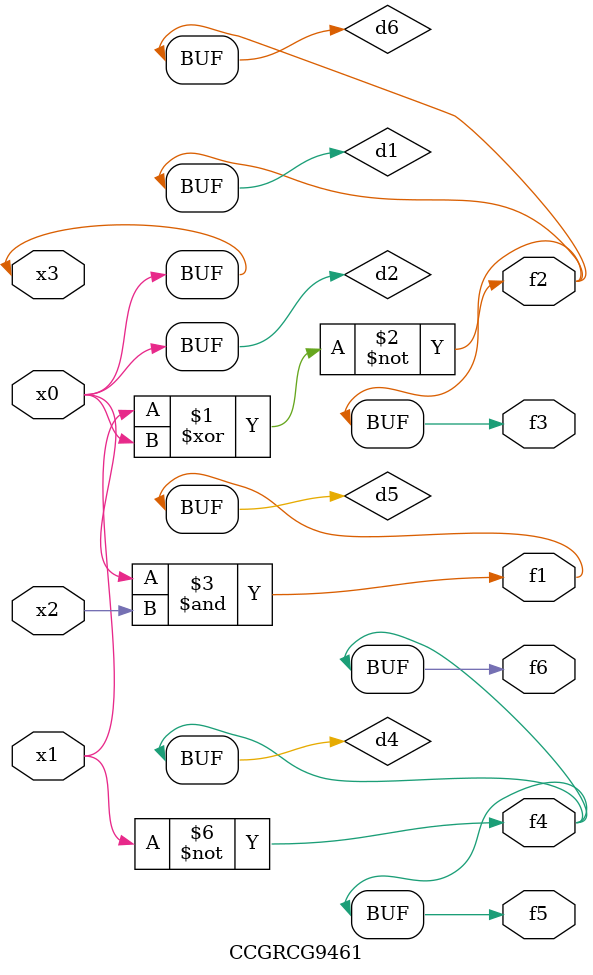
<source format=v>
module CCGRCG9461(
	input x0, x1, x2, x3,
	output f1, f2, f3, f4, f5, f6
);

	wire d1, d2, d3, d4, d5, d6;

	xnor (d1, x1, x3);
	buf (d2, x0, x3);
	nand (d3, x0, x2);
	not (d4, x1);
	nand (d5, d3);
	or (d6, d1);
	assign f1 = d5;
	assign f2 = d6;
	assign f3 = d6;
	assign f4 = d4;
	assign f5 = d4;
	assign f6 = d4;
endmodule

</source>
